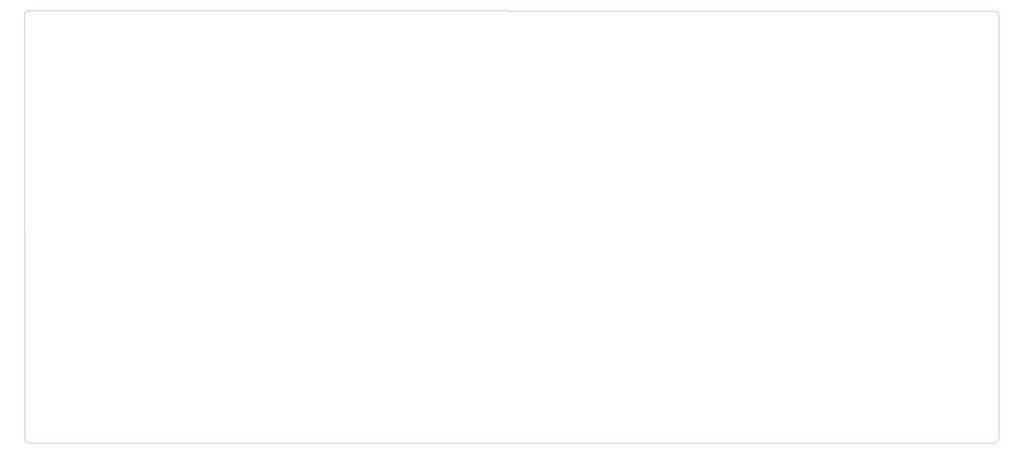
<source format=gbr>
G04*
G04 #@! TF.GenerationSoftware,Altium Limited,Altium Designer,23.10.1 (27)*
G04*
G04 Layer_Color=0*
%FSLAX44Y44*%
%MOMM*%
G71*
G04*
G04 #@! TF.SameCoordinates,93BA021C-4F65-4C52-B2D2-680D5BDB3C73*
G04*
G04*
G04 #@! TF.FilePolarity,Positive*
G04*
G01*
G75*
%ADD33C,0.0254*%
D33*
X1289Y15415D02*
G03*
X15703Y1001I14414J0D01*
G01*
X50000Y1000D01*
X2686300Y1000D01*
D02*
G03*
X2699000Y13700I0J12700D01*
G01*
Y1186300D01*
D02*
G03*
X2686300Y1199000I-12700J0D01*
G01*
X12170Y1199999D01*
D02*
G03*
X-2Y1187828I0J-12171D01*
G01*
X1289Y15415D01*
M02*

</source>
